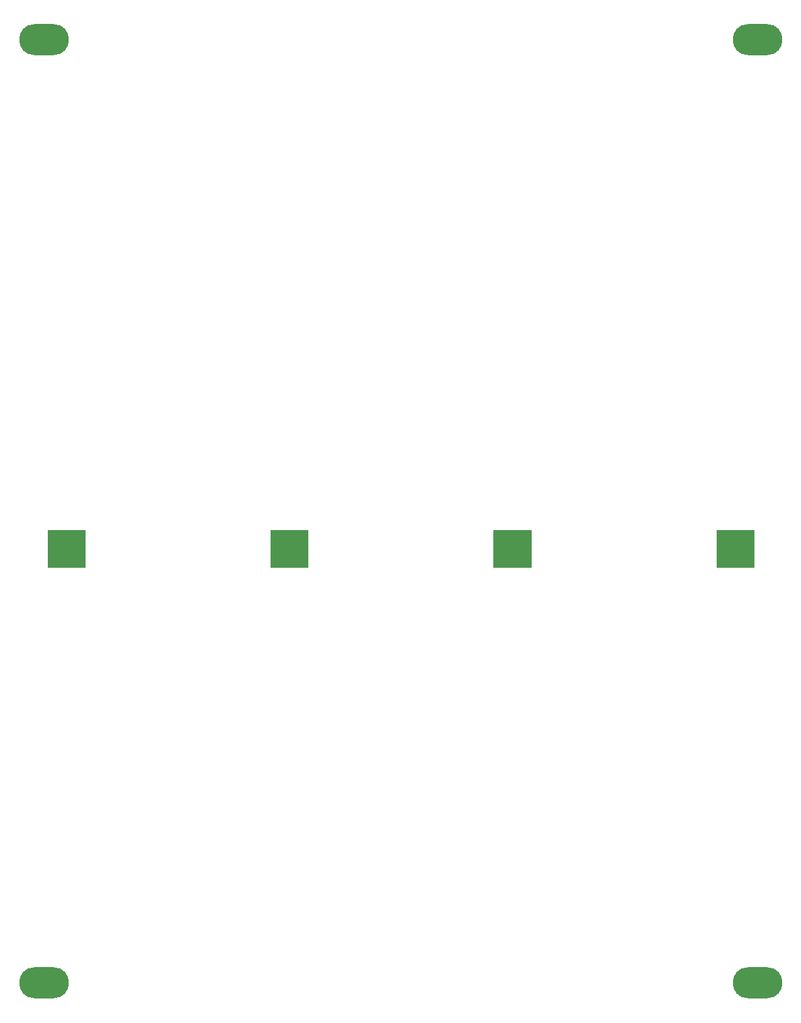
<source format=gbs>
G04 #@! TF.GenerationSoftware,KiCad,Pcbnew,(6.0.0)*
G04 #@! TF.CreationDate,2022-03-25T16:36:21+01:00*
G04 #@! TF.ProjectId,Drumbox,4472756d-626f-4782-9e6b-696361645f70,rev?*
G04 #@! TF.SameCoordinates,Original*
G04 #@! TF.FileFunction,Soldermask,Bot*
G04 #@! TF.FilePolarity,Negative*
%FSLAX46Y46*%
G04 Gerber Fmt 4.6, Leading zero omitted, Abs format (unit mm)*
G04 Created by KiCad (PCBNEW (6.0.0)) date 2022-03-25 16:36:21*
%MOMM*%
%LPD*%
G01*
G04 APERTURE LIST*
%ADD10C,0.100000*%
%ADD11O,6.700000X4.200000*%
G04 APERTURE END LIST*
D10*
X91600000Y-101500000D02*
X86600000Y-101500000D01*
X86600000Y-101500000D02*
X86600000Y-96500000D01*
X86600000Y-96500000D02*
X91600000Y-96500000D01*
X91600000Y-96500000D02*
X91600000Y-101500000D01*
G36*
X91600000Y-101500000D02*
G01*
X86600000Y-101500000D01*
X86600000Y-96500000D01*
X91600000Y-96500000D01*
X91600000Y-101500000D01*
G37*
X91600000Y-101500000D02*
X86600000Y-101500000D01*
X86600000Y-96500000D01*
X91600000Y-96500000D01*
X91600000Y-101500000D01*
X121600000Y-101500000D02*
X116600000Y-101500000D01*
X116600000Y-101500000D02*
X116600000Y-96500000D01*
X116600000Y-96500000D02*
X121600000Y-96500000D01*
X121600000Y-96500000D02*
X121600000Y-101500000D01*
G36*
X121600000Y-101500000D02*
G01*
X116600000Y-101500000D01*
X116600000Y-96500000D01*
X121600000Y-96500000D01*
X121600000Y-101500000D01*
G37*
X121600000Y-101500000D02*
X116600000Y-101500000D01*
X116600000Y-96500000D01*
X121600000Y-96500000D01*
X121600000Y-101500000D01*
X151600000Y-101500000D02*
X146600000Y-101500000D01*
X146600000Y-101500000D02*
X146600000Y-96500000D01*
X146600000Y-96500000D02*
X151600000Y-96500000D01*
X151600000Y-96500000D02*
X151600000Y-101500000D01*
G36*
X151600000Y-101500000D02*
G01*
X146600000Y-101500000D01*
X146600000Y-96500000D01*
X151600000Y-96500000D01*
X151600000Y-101500000D01*
G37*
X151600000Y-101500000D02*
X146600000Y-101500000D01*
X146600000Y-96500000D01*
X151600000Y-96500000D01*
X151600000Y-101500000D01*
X181600000Y-101500000D02*
X176600000Y-101500000D01*
X176600000Y-101500000D02*
X176600000Y-96500000D01*
X176600000Y-96500000D02*
X181600000Y-96500000D01*
X181600000Y-96500000D02*
X181600000Y-101500000D01*
G36*
X181600000Y-101500000D02*
G01*
X176600000Y-101500000D01*
X176600000Y-96500000D01*
X181600000Y-96500000D01*
X181600000Y-101500000D01*
G37*
X181600000Y-101500000D02*
X176600000Y-101500000D01*
X176600000Y-96500000D01*
X181600000Y-96500000D01*
X181600000Y-101500000D01*
D11*
X86100000Y-157500000D03*
X182100000Y-30500000D03*
X86100000Y-30500000D03*
X182100000Y-157500000D03*
M02*

</source>
